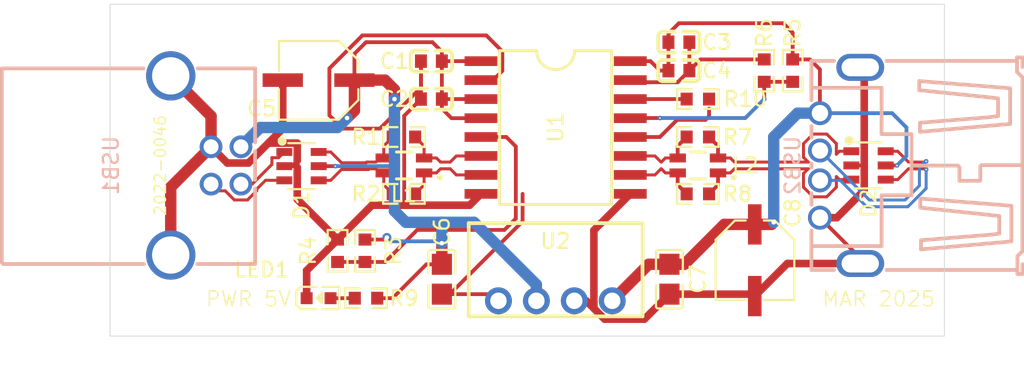
<source format=kicad_pcb>
(kicad_pcb (version 20241229) (generator "pcbnew") (generator_version "9.0")
  (title_block (title "Adaptador USB") (date "2025-03-14") (rev "C. Pichardo") (company "Instituto Tecnológico de las Américas") (comment 1 "by Jesús Berroa") (comment 2 "2022-0757") (comment 3 "Energías Renovables") (comment 4 "Electiva II: Diseño Mecatrónico"))
  (layers (0 "F.Cu" signal) (2 "B.Cu" signal) (13 "F.Paste" user) (15 "B.Paste" user) (5 "F.SilkS" user "F.Silkscreen") (7 "B.SilkS" user "B.Silkscreen") (1 "F.Mask" user) (3 "B.Mask" user) (25 "Edge.Cuts" user))
  (net 0 "")
  (net 1 "GND")
  (net 2 "/D1+")
  (net 3 "/D1-")
  (net 4 "+5V")
  (net 5 "/D0+")
  (net 6 "/D0-")
  (net 7 "/D5+")
  (net 8 "Net-(U1-SPU)")
  (net 9 "Net-(U1-SPD)")
  (net 10 "VCC")
  (net 11 "Earth")
  (net 12 "/D4-")
  (net 13 "/D5-")
  (net 14 "/D4+")
  (net 15 "/D2+")
  (net 16 "/D2-")
  (net 17 "Net-(LED1-A)")
  (net 18 "Net-(U1-VDD2)")
  (net 19 "Net-(U1-PIN)")
  (net 20 "/D3-")
  (net 21 "/D3+")
  (footprint "EasyEDA:CAP-SMD_BD5.0-L5.3-W5.3-LS6.3-FD" (layer "F.Cu") (at 100.33 138.43 -90)
    (property "Reference" "C8" (at -3.175 -2.54 90) (layer "F.SilkS"))
    (property "Value" "47uF 16v")
    (pad "1" smd rect (at -2.4 0 270) (size 2.7 0.91) (layers "F.Cu" "F.Mask" "F.Paste") (net 10 "VCC"))
    (pad "2" smd rect (at 2.4 0 270) (size 2.7 0.91) (layers "F.Cu" "F.Mask" "F.Paste") (net 11 "Earth"))
  )
  (footprint "EasyEDA:PWRM-TH_B0505S-1W" (layer "F.Cu") (at 86.975 141.145)
    (property "Reference" "U2" (at 0 -4 0) (layer "F.SilkS"))
    (property "Value" "B0505S-1W_C7465127")
    (pad "1" thru_hole circle (at -3.81 0) (size 1.8 1.8) (drill 1.100023) (layers "*.Cu" "*.Mask") (net 1 "GND"))
    (pad "2" thru_hole circle (at -1.27 0) (size 1.8 1.8) (drill 1.100023) (layers "*.Cu" "*.Mask") (net 4 "+5V"))
    (pad "3" thru_hole circle (at 1.27 0) (size 1.8 1.8) (drill 1.100023) (layers "*.Cu" "*.Mask") (net 11 "Earth"))
    (pad "4" thru_hole circle (at 3.81 0) (size 1.8 1.8) (drill 1.100023) (layers "*.Cu" "*.Mask") (net 10 "VCC"))
  )
  (footprint "EasyEDA:CAP-SMD_BD5.0-L5.3-W5.3-LS6.3-FD" (layer "F.Cu") (at 71.12 126.365 180)
    (property "Reference" "C5" (at 3.81 -1.905 0) (layer "F.SilkS"))
    (property "Value" "47uF 16v")
    (pad "1" smd rect (at -2.4 0 180) (size 2.7 0.91) (layers "F.Cu" "F.Mask" "F.Paste") (net 4 "+5V"))
    (pad "2" smd rect (at 2.4 0 180) (size 2.7 0.91) (layers "F.Cu" "F.Mask" "F.Paste") (net 1 "GND"))
  )
  (footprint "EasyEDA:R0603" (layer "F.Cu") (at 76.835 130.175)
    (property "Reference" "R1" (at -2.54 0 0) (layer "F.SilkS"))
    (property "Value" "0R")
    (pad "1" smd rect (at -0.75 0) (size 0.81 0.86) (layers "F.Cu" "F.Mask" "F.Paste") (net 3 "/D1-"))
    (pad "2" smd rect (at 0.75 0) (size 0.81 0.86) (layers "F.Cu" "F.Mask" "F.Paste") (net 16 "/D2-"))
  )
  (footprint "EasyEDA:R0603" (layer "F.Cu") (at 96.52 130.175)
    (property "Reference" "R7" (at 2.655 0 0) (layer "F.SilkS"))
    (property "Value" "1K")
    (pad "1" smd rect (at -0.75 0) (size 0.81 0.86) (layers "F.Cu" "F.Mask" "F.Paste") (net 20 "/D3-"))
    (pad "2" smd rect (at 0.75 0) (size 0.81 0.86) (layers "F.Cu" "F.Mask" "F.Paste") (net 12 "/D4-"))
  )
  (footprint "EasyEDA:WSOIC-16_L10.3-W7.5-P1.27-LS10.3-BL" (layer "F.Cu") (at 86.995 129.545 -90)
    (property "Reference" "U1" (at 0 0 90) (layer "F.SilkS"))
    (property "Value" "ADUM3160BRWZ")
    (pad "1" smd rect (at -4.45 5 270) (size 0.65 2.2) (layers "F.Cu" "F.Mask" "F.Paste") (net 4 "+5V"))
    (pad "2" smd rect (at -3.18 5 270) (size 0.65 2.2) (layers "F.Cu" "F.Mask" "F.Paste") (net 1 "GND"))
    (pad "3" smd rect (at -1.91 5 270) (size 0.65 2.2) (layers "F.Cu" "F.Mask" "F.Paste") (net 4 "+5V"))
    (pad "4" smd rect (at -0.63 5 270) (size 0.65 2.2) (layers "F.Cu" "F.Mask" "F.Paste") (net 4 "+5V"))
    (pad "5" smd rect (at 0.63 5 270) (size 0.65 2.2) (layers "F.Cu" "F.Mask" "F.Paste") (net 8 "Net-(U1-SPU)"))
    (pad "6" smd rect (at 1.9 5 270) (size 0.65 2.2) (layers "F.Cu" "F.Mask" "F.Paste") (net 16 "/D2-"))
    (pad "7" smd rect (at 3.17 5 270) (size 0.65 2.2) (layers "F.Cu" "F.Mask" "F.Paste") (net 15 "/D2+"))
    (pad "8" smd rect (at 4.44 5 270) (size 0.65 2.2) (layers "F.Cu" "F.Mask" "F.Paste") (net 1 "GND"))
    (pad "9" smd rect (at 4.44 -5 270) (size 0.65 2.2) (layers "F.Cu" "F.Mask" "F.Paste") (net 11 "Earth"))
    (pad "10" smd rect (at 3.17 -5 270) (size 0.65 2.2) (layers "F.Cu" "F.Mask" "F.Paste") (net 21 "/D3+"))
    (pad "11" smd rect (at 1.9 -5 270) (size 0.65 2.2) (layers "F.Cu" "F.Mask" "F.Paste") (net 20 "/D3-"))
    (pad "12" smd rect (at 0.63 -5 270) (size 0.65 2.2) (layers "F.Cu" "F.Mask" "F.Paste") (net 19 "Net-(U1-PIN)"))
    (pad "13" smd rect (at -0.63 -5 270) (size 0.65 2.2) (layers "F.Cu" "F.Mask" "F.Paste") (net 9 "Net-(U1-SPD)"))
    (pad "14" smd rect (at -1.91 -5 270) (size 0.65 2.2) (layers "F.Cu" "F.Mask" "F.Paste") (net 18 "Net-(U1-VDD2)"))
    (pad "15" smd rect (at -3.18 -5 270) (size 0.65 2.2) (layers "F.Cu" "F.Mask" "F.Paste") (net 11 "Earth"))
    (pad "16" smd rect (at -4.45 -5 270) (size 0.65 2.2) (layers "F.Cu" "F.Mask" "F.Paste") (net 10 "VCC"))
  )
  (footprint "Snapeda:WE-CNSW_1206_WE-CNSW_1206" (layer "F.Cu") (at 96.52 132.08 180)
    (property "Reference" "L2" (at -3.175 0 0) (layer "F.SilkS"))
    (property "Value" "WE-CNSW_1206")
    (pad "1" smd rect (at -1.35 -0.5 180) (size 1.1 0.6) (layers "F.Cu" "F.Mask" "F.Paste") (net 14 "/D4+"))
    (pad "2" smd rect (at 1.35 -0.5 180) (size 1.1 0.6) (layers "F.Cu" "F.Mask" "F.Paste") (net 21 "/D3+"))
    (pad "3" smd rect (at 1.35 0.5 180) (size 1.1 0.6) (layers "F.Cu" "F.Mask" "F.Paste") (net 20 "/D3-"))
    (pad "4" smd rect (at -1.35 0.5 180) (size 1.1 0.6) (layers "F.Cu" "F.Mask" "F.Paste") (net 12 "/D4-"))
  )
  (footprint "EasyEDA:R0603" (layer "F.Cu") (at 102.87 125.73 90)
    (property "Reference" "R5" (at 2.54 0 90) (layer "F.SilkS"))
    (property "Value" "0R")
    (pad "1" smd rect (at -0.75 0 90) (size 0.81 0.86) (layers "F.Cu" "F.Mask" "F.Paste") (net 9 "Net-(U1-SPD)"))
    (pad "2" smd rect (at 0.75 0 90) (size 0.81 0.86) (layers "F.Cu" "F.Mask" "F.Paste") (net 10 "VCC"))
  )
  (footprint "EasyEDA:C0603" (layer "F.Cu") (at 78.675 127.635 180)
    (property "Reference" "C2" (at 2.475 0 0) (layer "F.SilkS"))
    (property "Value" "0.1uF")
    (pad "1" smd rect (at -0.7 0 180) (size 0.8 0.9) (layers "F.Cu" "F.Mask" "F.Paste") (net 4 "+5V"))
    (pad "2" smd rect (at 0.7 0 180) (size 0.8 0.9) (layers "F.Cu" "F.Mask" "F.Paste") (net 1 "GND"))
  )
  (footprint "EasyEDA:R0603" (layer "F.Cu") (at 96.52 127.635 180)
    (property "Reference" "R10" (at -3.175 0 0) (layer "F.SilkS"))
    (property "Value" "1K")
    (pad "1" smd rect (at -0.75 0 180) (size 0.81 0.86) (layers "F.Cu" "F.Mask" "F.Paste") (net 19 "Net-(U1-PIN)"))
    (pad "2" smd rect (at 0.75 0 180) (size 0.81 0.86) (layers "F.Cu" "F.Mask" "F.Paste") (net 18 "Net-(U1-VDD2)"))
  )
  (footprint "EasyEDA:R0603" (layer "F.Cu") (at 100.965 125.73 -90)
    (property "Reference" "R6" (at -2.54 0 90) (layer "F.SilkS"))
    (property "Value" "0R")
    (pad "1" smd rect (at -0.75 0 270) (size 0.81 0.86) (layers "F.Cu" "F.Mask" "F.Paste") (net 11 "Earth"))
    (pad "2" smd rect (at 0.75 0 270) (size 0.81 0.86) (layers "F.Cu" "F.Mask" "F.Paste") (net 9 "Net-(U1-SPD)"))
  )
  (footprint "EasyEDA:C0603" (layer "F.Cu") (at 78.675 125.095 180)
    (property "Reference" "C1" (at 2.475 0 0) (layer "F.SilkS"))
    (property "Value" "0.1uF")
    (pad "1" smd rect (at -0.7 0 180) (size 0.8 0.9) (layers "F.Cu" "F.Mask" "F.Paste") (net 4 "+5V"))
    (pad "2" smd rect (at 0.7 0 180) (size 0.8 0.9) (layers "F.Cu" "F.Mask" "F.Paste") (net 1 "GND"))
  )
  (footprint "EasyEDA:R0603" (layer "F.Cu") (at 72.39 137.795 -90)
    (property "Reference" "R4" (at 0 1.975 90) (layer "F.SilkS"))
    (property "Value" "0R")
    (pad "1" smd rect (at -0.75 0 270) (size 0.81 0.86) (layers "F.Cu" "F.Mask" "F.Paste") (net 1 "GND"))
    (pad "2" smd rect (at 0.75 0 270) (size 0.81 0.86) (layers "F.Cu" "F.Mask" "F.Paste") (net 8 "Net-(U1-SPU)"))
  )
  (footprint "EasyEDA:SOT-23-6_L2.9-W1.6-P0.95-LS2.8-BL" (layer "F.Cu") (at 69.977 132.127 -90)
    (property "Reference" "D1" (at 2.62 0 90) (layer "F.SilkS"))
    (property "Value" "USBLC6-2SC6")
    (pad "1" smd rect (at -0.95 1.15 270) (size 0.53 1.07) (layers "F.Cu" "F.Mask" "F.Paste") (net 6 "/D0-"))
    (pad "2" smd rect (at 0 1.15 270) (size 0.53 1.07) (layers "F.Cu" "F.Mask" "F.Paste") (net 1 "GND"))
    (pad "3" smd rect (at 0.95 1.15 270) (size 0.53 1.07) (layers "F.Cu" "F.Mask" "F.Paste") (net 5 "/D0+"))
    (pad "4" smd rect (at 0.95 -1.15 270) (size 0.53 1.07) (layers "F.Cu" "F.Mask" "F.Paste") (net 2 "/D1+"))
    (pad "5" smd rect (at 0 -1.15 270) (size 0.53 1.07) (layers "F.Cu" "F.Mask" "F.Paste") (net 4 "+5V"))
    (pad "6" smd rect (at -0.95 -1.15 270) (size 0.53 1.07) (layers "F.Cu" "F.Mask" "F.Paste") (net 3 "/D1-"))
  )
  (footprint "Snapeda:WE-CNSW_1206_WE-CNSW_1206" (layer "F.Cu") (at 76.835 132.08 180)
    (property "Reference" "L1" (at 0 -1.935 0) (layer "F.SilkS"))
    (property "Value" "WE-CNSW_1206")
    (pad "1" smd rect (at -1.35 -0.5 180) (size 1.1 0.6) (layers "F.Cu" "F.Mask" "F.Paste") (net 15 "/D2+"))
    (pad "2" smd rect (at 1.35 -0.5 180) (size 1.1 0.6) (layers "F.Cu" "F.Mask" "F.Paste") (net 2 "/D1+"))
    (pad "3" smd rect (at 1.35 0.5 180) (size 1.1 0.6) (layers "F.Cu" "F.Mask" "F.Paste") (net 3 "/D1-"))
    (pad "4" smd rect (at -1.35 0.5 180) (size 1.1 0.6) (layers "F.Cu" "F.Mask" "F.Paste") (net 16 "/D2-"))
  )
  (footprint "EasyEDA:C0805" (layer "F.Cu") (at 79.375 139.7 90)
    (property "Reference" "C6" (at 3.175 0 90) (layer "F.SilkS"))
    (property "Value" "10uF 16v")
    (pad "1" smd rect (at -1 0 90) (size 1.41 1.35) (layers "F.Cu" "F.Mask" "F.Paste") (net 1 "GND"))
    (pad "2" smd rect (at 1 0 90) (size 1.41 1.35) (layers "F.Cu" "F.Mask" "F.Paste") (net 4 "+5V"))
  )
  (footprint "EasyEDA:LED0603-RD_RED" (layer "F.Cu") (at 71.12 140.97)
    (property "Reference" "LED1" (at -3.81 -1.905 0) (layer "F.SilkS"))
    (property "Value" "XL-1608SURC-06")
    (pad "1" smd rect (at -0.8 0 90) (size 0.8 0.8) (layers "F.Cu" "F.Mask" "F.Paste") (net 1 "GND"))
    (pad "2" smd rect (at 0.8 0 90) (size 0.8 0.8) (layers "F.Cu" "F.Mask" "F.Paste") (net 17 "Net-(LED1-A)"))
  )
  (footprint "EasyEDA:R0603" (layer "F.Cu") (at 96.52 133.985)
    (property "Reference" "R8" (at 2.655 0 0) (layer "F.SilkS"))
    (property "Value" "1K")
    (pad "1" smd rect (at -0.75 0) (size 0.81 0.86) (layers "F.Cu" "F.Mask" "F.Paste") (net 21 "/D3+"))
    (pad "2" smd rect (at 0.75 0) (size 0.81 0.86) (layers "F.Cu" "F.Mask" "F.Paste") (net 14 "/D4+"))
  )
  (footprint "EasyEDA:C0603" (layer "F.Cu") (at 95.25 125.73)
    (property "Reference" "C4" (at 2.54 0 0) (layer "F.SilkS"))
    (property "Value" "0.1uF")
    (pad "1" smd rect (at -0.7 0) (size 0.8 0.9) (layers "F.Cu" "F.Mask" "F.Paste") (net 10 "VCC"))
    (pad "2" smd rect (at 0.7 0) (size 0.8 0.9) (layers "F.Cu" "F.Mask" "F.Paste") (net 11 "Earth"))
  )
  (footprint "EasyEDA:R0603" (layer "F.Cu") (at 76.835 133.985)
    (property "Reference" "R2" (at -2.54 0 0) (layer "F.SilkS"))
    (property "Value" "0R")
    (pad "1" smd rect (at -0.75 0) (size 0.81 0.86) (layers "F.Cu" "F.Mask" "F.Paste") (net 2 "/D1+"))
    (pad "2" smd rect (at 0.75 0) (size 0.81 0.86) (layers "F.Cu" "F.Mask" "F.Paste") (net 15 "/D2+"))
  )
  (footprint "EasyEDA:C0603" (layer "F.Cu") (at 95.25 123.825)
    (property "Reference" "C3" (at 2.54 0 0) (layer "F.SilkS"))
    (property "Value" "0.1uF")
    (pad "1" smd rect (at -0.7 0) (size 0.8 0.9) (layers "F.Cu" "F.Mask" "F.Paste") (net 10 "VCC"))
    (pad "2" smd rect (at 0.7 0) (size 0.8 0.9) (layers "F.Cu" "F.Mask" "F.Paste") (net 11 "Earth"))
  )
  (footprint "EasyEDA:R0603" (layer "F.Cu") (at 74.225 137.795 90)
    (property "Reference" "R3" (at 0 1.905 90) (layer "F.SilkS"))
    (property "Value" "0R")
    (pad "1" smd rect (at -0.75 0 90) (size 0.81 0.86) (layers "F.Cu" "F.Mask" "F.Paste") (net 8 "Net-(U1-SPU)"))
    (pad "2" smd rect (at 0.75 0 90) (size 0.81 0.86) (layers "F.Cu" "F.Mask" "F.Paste") (net 4 "+5V"))
  )
  (footprint "EasyEDA:R0603" (layer "F.Cu") (at 74.295 140.97 180)
    (property "Reference" "R9" (at -2.54 0 0) (layer "F.SilkS"))
    (property "Value" "1K")
    (pad "1" smd rect (at -0.75 0 180) (size 0.81 0.86) (layers "F.Cu" "F.Mask" "F.Paste") (net 4 "+5V"))
    (pad "2" smd rect (at 0.75 0 180) (size 0.81 0.86) (layers "F.Cu" "F.Mask" "F.Paste") (net 17 "Net-(LED1-A)"))
  )
  (footprint "EasyEDA:C0805" (layer "F.Cu") (at 94.615 139.7 -90)
    (property "Reference" "C7" (at 0 -1.905 90) (layer "F.SilkS"))
    (property "Value" "10uF 16v")
    (pad "1" smd rect (at -1 0 270) (size 1.41 1.35) (layers "F.Cu" "F.Mask" "F.Paste") (net 10 "VCC"))
    (pad "2" smd rect (at 1 0 270) (size 1.41 1.35) (layers "F.Cu" "F.Mask" "F.Paste") (net 11 "Earth"))
  )
  (footprint "EasyEDA:SOT-23-6_L2.9-W1.6-P0.95-LS2.8-BL" (layer "F.Cu") (at 107.95 132.08 -90)
    (property "Reference" "D2" (at 2.54 0 90) (layer "F.SilkS"))
    (property "Value" "USBLC6-2SC6")
    (pad "1" smd rect (at -0.95 1.15 270) (size 0.53 1.07) (layers "F.Cu" "F.Mask" "F.Paste") (net 12 "/D4-"))
    (pad "2" smd rect (at 0 1.15 270) (size 0.53 1.07) (layers "F.Cu" "F.Mask" "F.Paste") (net 11 "Earth"))
    (pad "3" smd rect (at 0.95 1.15 270) (size 0.53 1.07) (layers "F.Cu" "F.Mask" "F.Paste") (net 14 "/D4+"))
    (pad "4" smd rect (at 0.95 -1.15 270) (size 0.53 1.07) (layers "F.Cu" "F.Mask" "F.Paste") (net 7 "/D5+"))
    (pad "5" smd rect (at 0 -1.15 270) (size 0.53 1.07) (layers "F.Cu" "F.Mask" "F.Paste") (net 10 "VCC"))
    (pad "6" smd rect (at -0.95 -1.15 270) (size 0.53 1.07) (layers "F.Cu" "F.Mask" "F.Paste") (net 13 "/D5-"))
  )
  (footprint "EasyEDA:USB-A-TH_USB-302-T" (layer "B.Cu") (at 106.045 132.08 -90)
    (property "Reference" "USB2" (at 0 3.175 90) (layer "B.SilkS") (effects (justify mirror)))
    (property "Value" "U-USBAR04P-F001")
    (pad "1" thru_hole circle (at -3.5 1.35 270) (size 1.6 1.6) (drill 1.100023) (layers "*.Cu" "*.Mask") (net 10 "VCC"))
    (pad "2" thru_hole circle (at -1 1.35 270) (size 1.6 1.6) (drill 1.100023) (layers "*.Cu" "*.Mask") (net 13 "/D5-"))
    (pad "3" thru_hole circle (at 1 1.35 270) (size 1.6 1.6) (drill 1.100023) (layers "*.Cu" "*.Mask") (net 7 "/D5+"))
    (pad "4" thru_hole circle (at 3.5 1.35 270) (size 1.6 1.6) (drill 1.100023) (layers "*.Cu" "*.Mask") (net 11 "Earth"))
    (pad "5" thru_hole oval (at -6.57 -1.35 180) (size 3.2 1.8) (drill oval 2.499868 1.199896) (layers "*.Cu" "*.Mask") (net 11 "Earth"))
    (pad "6" thru_hole oval (at 6.57 -1.35) (size 3.2 1.8) (drill oval 2.499868 1.199896) (layers "*.Cu" "*.Mask") (net 11 "Earth"))
  )
  (footprint "EasyEDA:USB-B-TH_USB-B01" (layer "B.Cu") (at 63.5675 132.08 -90)
    (property "Reference" "USB1" (at 0 6.35 90) (layer "B.SilkS") (effects (justify mirror)))
    (property "Value" "USB-B01")
    (pad "1" thru_hole circle (at -1.25 -2.35 270) (size 1.52 1.52) (drill 0.999998) (layers "*.Cu" "*.Mask") (net 4 "+5V"))
    (pad "2" thru_hole circle (at 1.25 -2.35 270) (size 1.52 1.52) (drill 0.999998) (layers "*.Cu" "*.Mask") (net 6 "/D0-"))
    (pad "3" thru_hole circle (at 1.25 -0.35 270) (size 1.52 1.52) (drill 0.999998) (layers "*.Cu" "*.Mask") (net 5 "/D0+"))
    (pad "4" thru_hole circle (at -1.25 -0.35 270) (size 1.52 1.52) (drill 0.999998) (layers "*.Cu" "*.Mask") (net 1 "GND"))
    (pad "5" thru_hole circle (at -6 2.35 270) (size 3.3 3.3) (drill 2.50002) (layers "*.Cu" "*.Mask") (net 1 "GND"))
    (pad "6" thru_hole circle (at 6 2.35 270) (size 3.3 3.3) (drill 2.50002) (layers "*.Cu" "*.Mask") (net 1 "GND"))
  )
  (gr_rect (start 57.15 121.285) (end 113.03 143.51) (stroke (width 0.05)) (fill no) (layer "Edge.Cuts"))
  (gr_text "MAR 2025" (at 104.775 141.605 0) (layer "F.SilkS") (effects (font (size 1 1) (thickness 0.1)) (justify left bottom)))
  (gr_text "2022-0046" (at 60.96 132.08 90) (layer "F.SilkS") (effects (font (size 0.762 0.762) (thickness 0.1)) (justify bottom)))
  (gr_text "PWR 5V" (at 63.5 141.605 0) (layer "F.SilkS") (effects (font (size 1 1) (thickness 0.1)) (justify left bottom)))
  (segment (start 72.731322 129.614) (end 75.223677 129.614) (width 0.254) (layer "F.Cu") (net 1))
  (segment (start 83.423 125.748) (end 83.423 124.442) (width 0.254) (layer "F.Cu") (net 1))
  (segment (start 69.69 134.345) (end 69.69 132.201) (width 0.508) (layer "F.Cu") (net 1))
  (segment (start 76.852 128.758) (end 77.975 127.635) (width 0.254) (layer "F.Cu") (net 1))
  (segment (start 71.842 128.724678) (end 72.731322 129.614) (width 0.254) (layer "F.Cu") (net 1))
  (segment (start 65.0055 131.918) (end 66.418 131.918) (width 0.508) (layer "F.Cu") (net 1))
  (segment (start 81.995 126.365) (end 82.806 126.365) (width 0.254) (layer "F.Cu") (net 1))
  (segment (start 69.69 130.584) (end 69.69 131.77) (width 0.508) (layer "F.Cu") (net 1))
  (segment (start 76.852 134.743) (end 76.852 128.758) (width 0.254) (layer "F.Cu") (net 1))
  (segment (start 63.9175 130.83) (end 65.0055 131.918) (width 0.508) (layer "F.Cu") (net 1))
  (segment (start 69.616 132.127) (end 68.827 132.127) (width 0.254) (layer "F.Cu") (net 1))
  (segment (start 69.69 132.201) (end 69.616 132.127) (width 0.254) (layer "F.Cu") (net 1))
  (segment (start 71.842 125.582) (end 71.842 128.724678) (width 0.254) (layer "F.Cu") (net 1))
  (segment (start 69.333 132.127) (end 68.827 132.127) (width 0.254) (layer "F.Cu") (net 1))
  (segment (start 77 134.743) (end 76.852 134.743) (width 0.254) (layer "F.Cu") (net 1))
  (segment (start 77.975 127.635) (end 77.975 125.095) (width 0.254) (layer "F.Cu") (net 1))
  (segment (start 83.423 124.442) (end 82.351 123.37) (width 0.254) (layer "F.Cu") (net 1))
  (segment (start 68.72 126.365) (end 68.72 129.616) (width 0.508) (layer "F.Cu") (net 1))
  (segment (start 70.32 139.115) (end 70.32 140.97) (width 0.508) (layer "F.Cu") (net 1))
  (segment (start 82.806 126.365) (end 83.423 125.748) (width 0.254) (layer "F.Cu") (net 1))
  (segment (start 82.351 123.37) (end 74.054 123.37) (width 0.254) (layer "F.Cu") (net 1))
  (segment (start 68.72 129.616) (end 67.752 130.584) (width 0.508) (layer "F.Cu") (net 1))
  (segment (start 61.2175 133.53) (end 61.2175 138.08) (width 0.762) (layer "F.Cu") (net 1))
  (segment (start 74.054 123.37) (end 71.842 125.582) (width 0.254) (layer "F.Cu") (net 1))
  (segment (start 81.237 134.743) (end 77 134.743) (width 0.508) (layer "F.Cu") (net 1))
  (segment (start 63.9175 128.78) (end 61.2175 126.08) (width 0.762) (layer "F.Cu") (net 1))
  (segment (start 79.907467 140.7) (end 84.783 135.824467) (width 0.254) (layer "F.Cu") (net 1))
  (segment (start 81.995 133.985) (end 81.237 134.743) (width 0.508) (layer "F.Cu") (net 1))
  (segment (start 67.752 130.584) (end 69.69 130.584) (width 0.508) (layer "F.Cu") (net 1))
  (segment (start 75.223677 129.614) (end 77.975 126.862677) (width 0.254) (layer "F.Cu") (net 1))
  (segment (start 72.39 137.045) (end 74.692 134.743) (width 0.508) (layer "F.Cu") (net 1))
  (segment (start 77.975 126.862677) (end 77.975 125.095) (width 0.254) (layer "F.Cu") (net 1))
  (segment (start 69.69 131.77) (end 69.333 132.127) (width 0.254) (layer "F.Cu") (net 1))
  (segment (start 66.418 131.918) (end 67.752 130.584) (width 0.508) (layer "F.Cu") (net 1))
  (segment (start 84.783 135.824467) (end 84.783 133.985) (width 0.254) (layer "F.Cu") (net 1))
  (segment (start 79.375 140.7) (end 79.907467 140.7) (width 0.254) (layer "F.Cu") (net 1))
  (segment (start 63.9175 130.83) (end 63.9175 128.78) (width 0.762) (layer "F.Cu") (net 1))
  (segment (start 74.692 134.743) (end 77 134.743) (width 0.508) (layer "F.Cu") (net 1))
  (segment (start 79.375 140.7) (end 82.72 140.7) (width 0.254) (layer "F.Cu") (net 1))
  (segment (start 63.9175 130.83) (end 61.2175 133.53) (width 0.762) (layer "F.Cu") (net 1))
  (segment (start 72.39 137.045) (end 70.32 139.115) (width 0.508) (layer "F.Cu") (net 1))
  (segment (start 82.72 140.7) (end 83.165 141.145) (width 0.254) (layer "F.Cu") (net 1))
  (segment (start 72.39 137.045) (end 69.69 134.345) (width 0.508) (layer "F.Cu") (net 1))
  (segment (start 76.085 133.985) (end 75.485 133.385) (width 0.2) (layer "F.Cu") (net 2))
  (segment (start 74.96 132.305) (end 75.235 132.58) (width 0.2) (layer "F.Cu") (net 2))
  (segment (start 74.467206 132.352) (end 74.514206 132.305) (width 0.2) (layer "F.Cu") (net 2))
  (segment (start 71.929501 133.077) (end 72.654501 132.352) (width 0.2) (layer "F.Cu") (net 2))
  (segment (start 71.127 133.077) (end 71.929501 133.077) (width 0.2) (layer "F.Cu") (net 2))
  (segment (start 75.485 133.385) (end 75.485 132.58) (width 0.2) (layer "F.Cu") (net 2))
  (segment (start 75.235 132.58) (end 75.485 132.58) (width 0.2) (layer "F.Cu") (net 2))
  (segment (start 74.514206 132.305) (end 74.96 132.305) (width 0.2) (layer "F.Cu") (net 2))
  (segment (start 72.654501 132.352) (end 74.467206 132.352) (width 0.2) (layer "F.Cu") (net 2))
  (segment (start 72.654501 131.902) (end 74.295 131.902) (width 0.2) (layer "F.Cu") (net 3))
  (segment (start 75.485 131.58) (end 75.485 130.775) (width 0.2) (layer "F.Cu") (net 3))
  (segment (start 71.127 131.177) (end 71.929501 131.177) (width 0.2) (layer "F.Cu") (net 3))
  (segment (start 74.96 131.855) (end 75.235 131.58) (width 0.2) (layer "F.Cu") (net 3))
  (segment (start 75.485 130.775) (end 76.085 130.175) (width 0.2) (layer "F.Cu") (net 3))
  (segment (start 71.929501 131.177) (end 72.654501 131.902) (width 0.2) (layer "F.Cu") (net 3))
  (segment (start 75.235 131.58) (end 75.485 131.58) (width 0.2) (layer "F.Cu") (net 3))
  (segment (start 74.342 131.855) (end 74.96 131.855) (width 0.2) (layer "F.Cu") (net 3))
  (segment (start 74.295 131.902) (end 74.342 131.855) (width 0.2) (layer "F.Cu") (net 3))
  (segment (start 79.375 127.635) (end 79.375 125.095) (width 0.254) (layer "F.Cu") (net 4))
  (segment (start 71.127 132.127) (end 72.243104 132.127) (width 0.254) (layer "F.Cu") (net 4))
  (segment (start 76.2 127) (end 75.565 126.365) (width 0.762) (layer "F.Cu") (net 4))
  (segment (start 73.52 124.6) (end 74.295 123.825) (width 0.254) (layer "F.Cu") (net 4))
  (segment (start 79.375 124.46) (end 79.375 125.095) (width 0.254) (layer "F.Cu") (net 4))
  (segment (start 74.225 137.045) (end 75.553 137.045) (width 0.254) (layer "F.Cu") (net 4))
  (segment (start 75.045 140.97) (end 76.073 140.97) (width 0.254) (layer "F.Cu") (net 4))
  (segment (start 79.375 128.27) (end 80.02 128.915) (width 0.254) (layer "F.Cu") (net 4))
  (segment (start 80.02 128.915) (end 81.995 128.915) (width 0.254) (layer "F.Cu") (net 4))
  (segment (start 78.74 123.825) (end 79.375 124.46) (width 0.254) (layer "F.Cu") (net 4))
  (segment (start 73.52 126.365) (end 73.52 124.6) (width 0.254) (layer "F.Cu") (net 4))
  (segment (start 75.565 126.365) (end 73.52 126.365) (width 0.762) (layer "F.Cu") (net 4))
  (segment (start 76.2 127.635) (end 76.2 127) (width 0.762) (layer "F.Cu") (net 4))
  (segment (start 79.375 138.7) (end 79.375 137.287) (width 0.762) (layer "F.Cu") (net 4))
  (segment (start 79.375 127.635) (end 81.995 127.635) (width 0.254) (layer "F.Cu") (net 4))
  (segment (start 76.073 140.97) (end 78.343 138.7) (width 0.254) (layer "F.Cu") (net 4))
  (segment (start 79.375 127.635) (end 79.375 128.27) (width 0.254) (layer "F.Cu") (net 4))
  (segment (start 78.343 138.7) (end 79.375 138.7) (width 0.254) (layer "F.Cu") (net 4))
  (segment (start 74.295 123.825) (end 78.74 123.825) (width 0.254) (layer "F.Cu") (net 4))
  (segment (start 75.553 137.045) (end 75.692 136.906) (width 0.254) (layer "F.Cu") (net 4))
  (segment (start 79.375 125.095) (end 81.995 125.095) (width 0.254) (layer "F.Cu") (net 4))
  (segment (start 73.52 128.41) (end 73.025 128.905) (width 0.762) (layer "F.Cu") (net 4))
  (segment (start 73.52 126.365) (end 73.52 128.41) (width 0.762) (layer "F.Cu") (net 4))
  (via (at 76.2 127.635) (size 0.6) (drill 0.3) (layers "F.Cu" "B.Cu") (net 4))
  (via micro (at 72.243104 132.127) (size 0.3) (drill 0.1) (layers "F.Cu" "B.Cu") (net 4))
  (via (at 75.692 136.906) (size 0.6) (drill 0.3) (layers "F.Cu" "B.Cu") (net 4))
  (via (at 79.375 137.287) (size 0.6) (drill 0.3) (layers "F.Cu" "B.Cu") (net 4))
  (via (at 73.025 128.905) (size 0.6) (drill 0.3) (layers "F.Cu" "B.Cu") (net 4))
  (segment (start 79.375 135.89) (end 76.962 135.89) (width 0.762) (layer "B.Cu") (net 4))
  (segment (start 73.025 128.905) (end 72.39 129.54) (width 0.762) (layer "B.Cu") (net 4))
  (segment (start 79.375 137.287) (end 79.248 137.16) (width 0.254) (layer "B.Cu") (net 4))
  (segment (start 81.534 135.89) (end 79.375 135.89) (width 0.762) (layer "B.Cu") (net 4))
  (segment (start 67.2075 129.54) (end 65.9175 130.83) (width 0.762) (layer "B.Cu") (net 4))
  (segment (start 75.946 137.16) (end 75.692 136.906) (width 0.254) (layer "B.Cu") (net 4))
  (segment (start 72.243104 132.127) (end 76.153 132.127) (width 0.254) (layer "B.Cu") (net 4))
  (segment (start 79.375 137.287) (end 79.375 135.89) (width 0.762) (layer "B.Cu") (net 4))
  (segment (start 79.248 137.16) (end 75.946 137.16) (width 0.254) (layer "B.Cu") (net 4))
  (segment (start 72.39 129.54) (end 67.2075 129.54) (width 0.762) (layer "B.Cu") (net 4))
  (segment (start 85.705 140.061) (end 81.534 135.89) (width 0.762) (layer "B.Cu") (net 4))
  (segment (start 76.962 135.89) (end 76.2 135.128) (width 0.762) (layer "B.Cu") (net 4))
  (segment (start 76.2 128.905) (end 76.2 127.635) (width 0.762) (layer "B.Cu") (net 4))
  (segment (start 76.2 135.128) (end 76.2 132.08) (width 0.762) (layer "B.Cu") (net 4))
  (segment (start 76.153 132.127) (end 76.2 132.08) (width 0.254) (layer "B.Cu") (net 4))
  (segment (start 85.705 141.145) (end 85.705 140.061) (width 0.762) (layer "B.Cu") (net 4))
  (segment (start 76.2 132.08) (end 76.2 128.905) (width 0.762) (layer "B.Cu") (net 4))
  (segment (start 64.3675 133.78) (end 63.9175 133.33) (width 0.2) (layer "F.Cu") (net 5))
  (segment (start 65.478019 134.391) (end 64.867019 133.78) (width 0.2) (layer "F.Cu") (net 5))
  (segment (start 66.9785 133.661897) (end 66.9785 133.769481) (width 0.2) (layer "F.Cu") (net 5))
  (segment (start 66.9785 133.769481) (end 66.356981 134.391) (width 0.2) (layer "F.Cu") (net 5))
  (segment (start 64.867019 133.78) (end 64.3675 133.78) (width 0.2) (layer "F.Cu") (net 5))
  (segment (start 66.356981 134.391) (end 65.478019 134.391) (width 0.2) (layer "F.Cu") (net 5))
  (segment (start 68.827 133.077) (end 67.563397 133.077) (width 0.2) (layer "F.Cu") (net 5))
  (segment (start 67.563397 133.077) (end 66.9785 133.661897) (width 0.2) (layer "F.Cu") (net 5))
  (segment (start 68.443 131.561) (end 67.991 131.561) (width 0.2) (layer "F.Cu") (net 6))
  (segment (start 67.991 131.561) (end 67.991 132.013) (width 0.2) (layer "F.Cu") (net 6))
  (segment (start 68.827 131.177) (end 68.443 131.561) (width 0.2) (layer "F.Cu") (net 6))
  (segment (start 66.674 133.33) (end 65.9175 133.33) (width 0.2) (layer "F.Cu") (net 6))
  (segment (start 67.991 132.013) (end 66.674 133.33) (width 0.2) (layer "F.Cu") (net 6))
  (segment (start 111.758371 132.305001) (end 111.80837 132.355) (width 0.2) (layer "F.Cu") (net 7))
  (segment (start 109.902501 133.03) (end 110.627501 132.305) (width 0.2) (layer "F.Cu") (net 7))
  (segment (start 111.125 132.305) (end 111.125001 132.305001) (width 0.2) (layer "F.Cu") (net 7))
  (segment (start 110.627501 132.305) (end 111.125 132.305) (width 0.2) (layer "F.Cu") (net 7))
  (segment (start 109.1 133.03) (end 109.902501 133.03) (width 0.2) (layer "F.Cu") (net 7))
  (segment (start 111.125001 132.305001) (end 111.758371 132.305001) (width 0.2) (layer "F.Cu") (net 7))
  (via micro (at 111.80837 132.355) (size 0.3) (drill 0.1) (layers "F.Cu" "B.Cu") (net 7))
  (segment (start 111.80837 133.619828) (end 110.583198 134.845) (width 0.2) (layer "B.Cu") (net 7))
  (segment (start 107.823603 134.845) (end 106.058603 133.08) (width 0.2) (layer "B.Cu") (net 7))
  (segment (start 111.80837 132.355) (end 111.80837 133.619828) (width 0.2) (layer "B.Cu") (net 7))
  (segment (start 106.058603 133.08) (end 104.695 133.08) (width 0.2) (layer "B.Cu") (net 7))
  (segment (start 110.583198 134.845) (end 107.823603 134.845) (width 0.2) (layer "B.Cu") (net 7))
  (segment (start 72.39 138.545) (end 74.225 138.545) (width 0.254) (layer "F.Cu") (net 8))
  (segment (start 77.724 136.398) (end 83.566 136.398) (width 0.254) (layer "F.Cu") (net 8))
  (segment (start 83.566 136.398) (end 84.328 135.636) (width 0.254) (layer "F.Cu") (net 8))
  (segment (start 74.225 138.545) (end 75.577 138.545) (width 0.254) (layer "F.Cu") (net 8))
  (segment (start 83.693 130.175) (end 81.995 130.175) (width 0.254) (layer "F.Cu") (net 8))
  (segment (start 75.577 138.545) (end 77.724 136.398) (width 0.254) (layer "F.Cu") (net 8))
  (segment (start 84.328 135.636) (end 84.328 130.81) (width 0.254) (layer "F.Cu") (net 8))
  (segment (start 84.328 130.81) (end 83.693 130.175) (width 0.254) (layer "F.Cu") (net 8))
  (segment (start 102.87 126.48) (end 100.965 126.48) (width 0.254) (layer "F.Cu") (net 9))
  (segment (start 91.995 128.915) (end 92.005 128.905) (width 0.254) (layer "F.Cu") (net 9))
  (segment (start 100.965 127.635) (end 100.965 126.48) (width 0.254) (layer "F.Cu") (net 9))
  (segment (start 92.005 128.905) (end 93.98 128.905) (width 0.254) (layer "F.Cu") (net 9))
  (via micro (at 100.965 127.635) (size 0.3) (drill 0.1) (layers "F.Cu" "B.Cu") (net 9))
  (via micro (at 93.98 128.905) (size 0.3) (drill 0.1) (layers "F.Cu" "B.Cu") (net 9))
  (segment (start 99.695 128.905) (end 100.965 127.635) (width 0.254) (layer "B.Cu") (net 9))
  (segment (start 93.98 128.905) (end 99.695 128.905) (width 0.254) (layer "B.Cu") (net 9))
  (segment (start 93.23 138.7) (end 94.615 138.7) (width 0.762) (layer "F.Cu") (net 10))
  (segment (start 95.25 122.555) (end 102.235 122.555) (width 0.254) (layer "F.Cu") (net 10))
  (segment (start 94.55 125.73) (end 94.55 123.825) (width 0.254) (layer "F.Cu") (net 10))
  (segment (start 102.87 123.19) (end 102.87 124.98) (width 0.254) (layer "F.Cu") (net 10))
  (segment (start 102.235 122.555) (end 102.87 123.19) (width 0.254) (layer "F.Cu") (net 10))
  (segment (start 94.615 138.7) (end 95.615 138.7) (width 0.762) (layer "F.Cu") (net 10))
  (segment (start 104.695 128.58) (end 104.695 125.65) (width 0.254) (layer "F.Cu") (net 10))
  (segment (start 95.615 138.7) (end 98.285 136.03) (width 0.762) (layer "F.Cu") (net 10))
  (segment (start 93.98 125.73) (end 93.345 125.095) (width 0.254) (layer "F.Cu") (net 10))
  (segment (start 93.345 125.095) (end 91.995 125.095) (width 0.254) (layer "F.Cu") (net 10))
  (segment (start 98.285 136.03) (end 100.33 136.03) (width 0.762) (layer "F.Cu") (net 10))
  (segment (start 104.025 124.98) (end 102.87 124.98) (width 0.254) (layer "F.Cu") (net 10))
  (segment (start 100.33 136.03) (end 101.46 136.03) (width 0.762) (layer "F.Cu") (net 10))
  (segment (start 109.1 132.08) (end 109.855 132.08) (width 0.254) (layer "F.Cu") (net 10))
  (segment (start 94.55 123.825) (end 94.55 123.255) (width 0.254) (layer "F.Cu") (net 10))
  (segment (start 101.46 136.03) (end 101.6 135.89) (width 0.762) (layer "F.Cu") (net 10))
  (segment (start 104.695 125.65) (end 104.025 124.98) (width 0.254) (layer "F.Cu") (net 10))
  (segment (start 94.55 125.73) (end 93.98 125.73) (width 0.254) (layer "F.Cu") (net 10))
  (segment (start 90.785 141.145) (end 93.23 138.7) (width 0.762) (layer "F.Cu") (net 10))
  (segment (start 94.55 123.255) (end 95.25 122.555) (width 0.254) (layer "F.Cu") (net 10))
  (via micro (at 109.855 132.08) (size 0.3) (drill 0.1) (layers "F.Cu" "B.Cu") (net 10))
  (via (at 101.6 135.89) (size 0.6) (drill 0.3) (layers "F.Cu" "B.Cu") (net 10))
  (segment (start 110.49 129.54) (end 109.53 128.58) (width 0.254) (layer "B.Cu") (net 10))
  (segment (start 109.855 132.08) (end 110.49 131.445) (width 0.254) (layer "B.Cu") (net 10))
  (segment (start 103.195 128.58) (end 104.695 128.58) (width 0.762) (layer "B.Cu") (net 10))
  (segment (start 109.53 128.58) (end 104.695 128.58) (width 0.254) (layer "B.Cu") (net 10))
  (segment (start 101.6 135.89) (end 101.6 130.175) (width 0.762) (layer "B.Cu") (net 10))
  (segment (start 110.49 131.445) (end 110.49 129.54) (width 0.254) (layer "B.Cu") (net 10))
  (segment (start 101.6 130.175) (end 103.195 128.58) (width 0.762) (layer "B.Cu") (net 10))
  (segment (start 90.276345 142.373) (end 89.557 141.653655) (width 0.508) (layer "F.Cu") (net 11))
  (segment (start 100.2 140.7) (end 100.33 140.83) (width 0.254) (layer "F.Cu") (net 11))
  (segment (start 91.995 126.365) (end 92.138 126.508) (width 0.254) (layer "F.Cu") (net 11))
  (segment (start 92.942 142.373) (end 90.276345 142.373) (width 0.508) (layer "F.Cu") (net 11))
  (segment (start 89.557 136.423) (end 91.995 133.985) (width 0.508) (layer "F.Cu") (net 11))
  (segment (start 92.138 126.508) (end 95.172 126.508) (width 0.254) (layer "F.Cu") (net 11))
  (segment (start 88.245 141.145) (end 89.048345 141.145) (width 0.254) (layer "F.Cu") (net 11))
  (segment (start 107.395 125.51) (end 107.663 125.778) (width 0.254) (layer "F.Cu") (net 11))
  (segment (start 89.557 141.653655) (end 89.557 136.423) (width 0.508) (layer "F.Cu") (net 11))
  (segment (start 95.172 126.508) (end 95.95 125.73) (width 0.254) (layer "F.Cu") (net 11))
  (segment (start 94.615 140.7) (end 92.942 142.373) (width 0.508) (layer "F.Cu") (net 11))
  (segment (start 104.695 135.58) (end 107.395 138.28) (width 0.254) (layer "F.Cu") (net 11))
  (segment (start 107.395 138.65) (end 102.51 138.65) (width 0.508) (layer "F.Cu") (net 11))
  (segment (start 89.048345 141.145) (end 89.557 141.653655) (width 0.508) (layer "F.Cu") (net 11))
  (segment (start 94.615 140.7) (end 100.2 140.7) (width 0.508) (layer "F.Cu") (net 11))
  (segment (start 95.95 123.825) (end 95.95 125.73) (width 0.254) (layer "F.Cu") (net 11))
  (segment (start 105.82637 135.58) (end 104.695 135.58) (width 0.508) (layer "F.Cu") (net 11))
  (segment (start 107.663 125.778) (end 107.663 132.006) (width 0.508) (layer "F.Cu") (net 11))
  (segment (start 107.589 132.08) (end 107.663 132.154) (width 0.254) (layer "F.Cu") (net 11))
  (segment (start 106.8 132.08) (end 107.589 132.08) (width 0.254) (layer "F.Cu") (net 11))
  (segment (start 107.395 138.28) (end 107.395 138.65) (width 0.254) (layer "F.Cu") (net 11))
  (segment (start 107.663 133.74337) (end 105.82637 135.58) (width 0.508) (layer "F.Cu") (net 11))
  (segment (start 96.7 124.98) (end 95.95 125.73) (width 0.254) (layer "F.Cu") (net 11))
  (segment (start 107.663 132.154) (end 107.663 133.74337) (width 0.508) (layer "F.Cu") (net 11))
  (segment (start 107.663 132.006) (end 107.589 132.08) (width 0.254) (layer "F.Cu") (net 11))
  (segment (start 102.51 138.65) (end 100.33 140.83) (width 0.508) (layer "F.Cu") (net 11))
  (segment (start 100.965 124.98) (end 96.7 124.98) (width 0.254) (layer "F.Cu") (net 11))
  (segment (start 105.997499 131.13) (end 105.796 131.331499) (width 0.2) (layer "F.Cu") (net 12))
  (segment (start 98.970001 131.855) (end 98.695001 131.58) (width 0.2) (layer "F.Cu") (net 12))
  (segment (start 103.594 130.62395) (end 103.594 131.53605) (width 0.2) (layer "F.Cu") (net 12))
  (segment (start 104.23895 129.979) (end 103.594 130.62395) (width 0.2) (layer "F.Cu") (net 12))
  (segment (start 97.87 130.775) (end 97.27 130.175) (width 0.254) (layer "F.Cu") (net 12))
  (segment (start 106.8 131.13) (end 105.997499 131.13) (width 0.2) (layer "F.Cu") (net 12))
  (segment (start 97.87 131.58) (end 97.87 130.775) (width 0.254) (layer "F.Cu") (net 12))
  (segment (start 105.796 131.331499) (end 105.796 130.62395) (width 0.2) (layer "F.Cu") (net 12))
  (segment (start 105.15105 129.979) (end 104.23895 129.979) (width 0.2) (layer "F.Cu") (net 12))
  (segment (start 103.594 131.53605) (end 103.91295 131.855) (width 0.2) (layer "F.Cu") (net 12))
  (segment (start 105.796 130.62395) (end 105.15105 129.979) (width 0.2) (layer "F.Cu") (net 12))
  (segment (start 103.91295 131.855) (end 98.970001 131.855) (width 0.2) (layer "F.Cu") (net 12))
  (segment (start 98.695001 131.58) (end 97.87 131.58) (width 0.2) (layer "F.Cu") (net 12))
  (segment (start 111.125 131.855) (end 111.125001 131.854999) (width 0.2) (layer "F.Cu") (net 13))
  (segment (start 111.125001 131.854999) (end 111.758371 131.854999) (width 0.2) (layer "F.Cu") (net 13))
  (segment (start 109.1 131.13) (end 109.902501 131.13) (width 0.2) (layer "F.Cu") (net 13))
  (segment (start 110.627501 131.855) (end 111.125 131.855) (width 0.2) (layer "F.Cu") (net 13))
  (segment (start 111.758371 131.854999) (end 111.80837 131.805) (width 0.2) (layer "F.Cu") (net 13))
  (segment (start 109.902501 131.13) (end 110.627501 131.855) (width 0.2) (layer "F.Cu") (net 13))
  (via micro (at 111.80837 131.805) (size 0.3) (drill 0.1) (layers "F.Cu" "B.Cu") (net 13))
  (segment (start 111.80837 131.805) (end 111.70937 131.904) (width 0.2) (layer "B.Cu") (net 13))
  (segment (start 111.35837 132.167189) (end 111.35837 133.433432) (width 0.2) (layer "B.Cu") (net 13))
  (segment (start 111.70937 131.904) (end 111.621559 131.904) (width 0.2) (layer "B.Cu") (net 13))
  (segment (start 108.01 134.395) (end 104.695 131.08) (width 0.2) (layer "B.Cu") (net 13))
  (segment (start 110.396802 134.395) (end 108.01 134.395) (width 0.2) (layer "B.Cu") (net 13))
  (segment (start 111.35837 133.433432) (end 110.396802 134.395) (width 0.2) (layer "B.Cu") (net 13))
  (segment (start 111.621559 131.904) (end 111.35837 132.167189) (width 0.2) (layer "B.Cu") (net 13))
  (segment (start 103.594 133.53605) (end 103.594 132.62395) (width 0.2) (layer "F.Cu") (net 14))
  (segment (start 105.997499 133.03) (end 105.796 132.828501) (width 0.2) (layer "F.Cu") (net 14))
  (segment (start 105.796 133.53605) (end 105.15105 134.181) (width 0.2) (layer "F.Cu") (net 14))
  (segment (start 97.87 132.58) (end 97.87 133.385) (width 0.254) (layer "F.Cu") (net 14))
  (segment (start 103.594 132.62395) (end 103.91295 132.305) (width 0.2) (layer "F.Cu") (net 14))
  (segment (start 105.15105 134.181) (end 104.23895 134.181) (width 0.2) (layer "F.Cu") (net 14))
  (segment (start 106.8 133.03) (end 105.997499 133.03) (width 0.2) (layer "F.Cu") (net 14))
  (segment (start 105.796 132.828501) (end 105.796 133.53605) (width 0.2) (layer "F.Cu") (net 14))
  (segment (start 97.87 133.385) (end 97.27 133.985) (width 0.254) (layer "F.Cu") (net 14))
  (segment (start 103.91295 132.305) (end 98.970001 132.305) (width 0.2) (layer "F.Cu") (net 14))
  (segment (start 98.970001 132.305) (end 98.695001 132.58) (width 0.2) (layer "F.Cu") (net 14))
  (segment (start 104.23895 134.181) (end 103.594 133.53605) (width 0.2) (layer "F.Cu") (net 14))
  (segment (start 98.695001 132.58) (end 97.87 132.58) (width 0.2) (layer "F.Cu") (net 14))
  (segment (start 79.285001 132.305) (end 79.934999 132.305) (width 0.2) (layer "F.Cu") (net 15))
  (segment (start 80.344999 132.715) (end 81.995 132.715) (width 0.2) (layer "F.Cu") (net 15))
  (segment (start 79.010001 132.58) (end 79.285001 132.305) (width 0.2) (layer "F.Cu") (net 15))
  (segment (start 78.185 133.385) (end 78.185 132.58) (width 0.2) (layer "F.Cu") (net 15))
  (segment (start 77.585 133.985) (end 78.185 133.385) (width 0.2) (layer "F.Cu") (net 15))
  (segment (start 78.185 132.58) (end 79.010001 132.58) (width 0.2) (layer "F.Cu") (net 15))
  (segment (start 79.934999 132.305) (end 80.344999 132.715) (width 0.2) (layer "F.Cu") (net 15))
  (segment (start 78.185 131.58) (end 78.185 130.775) (width 0.2) (layer "F.Cu") (net 16))
  (segment (start 79.285001 131.855) (end 79.934999 131.855) (width 0.2) (layer "F.Cu") (net 16))
  (segment (start 79.010001 131.58) (end 79.285001 131.855) (width 0.2) (layer "F.Cu") (net 16))
  (segment (start 78.185 131.58) (end 79.010001 131.58) (width 0.2) (layer "F.Cu") (net 16))
  (segment (start 80.344999 131.445) (end 81.995 131.445) (width 0.2) (layer "F.Cu") (net 16))
  (segment (start 78.185 130.775) (end 77.585 130.175) (width 0.2) (layer "F.Cu") (net 16))
  (segment (start 79.934999 131.855) (end 80.344999 131.445) (width 0.2) (layer "F.Cu") (net 16))
  (segment (start 71.92 140.97) (end 73.545 140.97) (width 0.254) (layer "F.Cu") (net 17))
  (segment (start 91.995 127.635) (end 95.77 127.635) (width 0.254) (layer "F.Cu") (net 18))
  (segment (start 93.98 130.175) (end 91.995 130.175) (width 0.254) (layer "F.Cu") (net 19))
  (segment (start 97.032 129.028) (end 95.127 129.028) (width 0.254) (layer "F.Cu") (net 19))
  (segment (start 97.27 128.79) (end 97.032 129.028) (width 0.254) (layer "F.Cu") (net 19))
  (segment (start 97.27 128.27) (end 97.27 128.79) (width 0.254) (layer "F.Cu") (net 19))
  (segment (start 95.127 129.028) (end 93.98 130.175) (width 0.254) (layer "F.Cu") (net 19))
  (segment (start 94.344999 131.58) (end 95.17 131.58) (width 0.2) (layer "F.Cu") (net 20))
  (segment (start 95.17 130.775) (end 95.77 130.175) (width 0.254) (layer "F.Cu") (net 20))
  (segment (start 95.17 131.58) (end 95.17 130.775) (width 0.254) (layer "F.Cu") (net 20))
  (segment (start 94.055001 131.855) (end 94.069999 131.855) (width 0.2) (layer "F.Cu") (net 20))
  (segment (start 93.645001 131.445) (end 94.055001 131.855) (width 0.2) (layer "F.Cu") (net 20))
  (segment (start 91.995 131.445) (end 93.645001 131.445) (width 0.2) (layer "F.Cu") (net 20))
  (segment (start 94.069999 131.855) (end 94.344999 131.58) (width 0.2) (layer "F.Cu") (net 20))
  (segment (start 93.645001 132.715) (end 94.055001 132.305) (width 0.2) (layer "F.Cu") (net 21))
  (segment (start 94.055001 132.305) (end 94.069999 132.305) (width 0.2) (layer "F.Cu") (net 21))
  (segment (start 94.344999 132.58) (end 95.17 132.58) (width 0.2) (layer "F.Cu") (net 21))
  (segment (start 91.995 132.715) (end 93.645001 132.715) (width 0.2) (layer "F.Cu") (net 21))
  (segment (start 95.17 133.385) (end 95.77 133.985) (width 0.254) (layer "F.Cu") (net 21))
  (segment (start 94.069999 132.305) (end 94.344999 132.58) (width 0.2) (layer "F.Cu") (net 21))
  (segment (start 95.17 132.58) (end 95.17 133.385) (width 0.254) (layer "F.Cu") (net 21))
)
</source>
